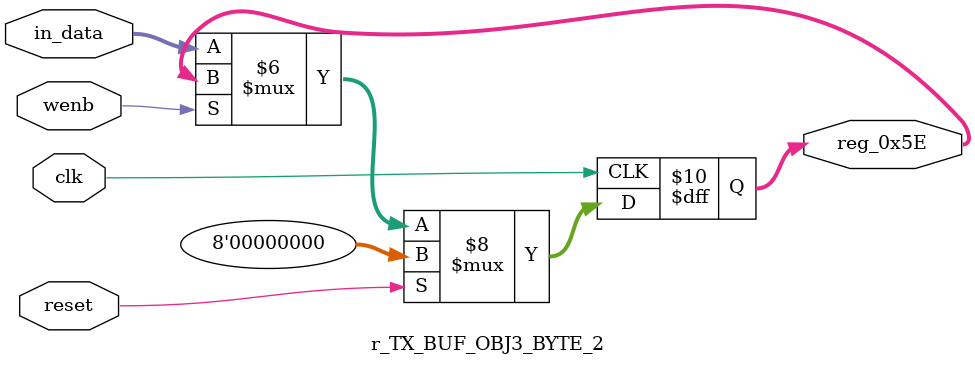
<source format=v>
module r_TX_BUF_OBJ3_BYTE_2(output reg [7:0] reg_0x5E, input wire reset, input wire wenb, input wire [7:0] in_data, input wire clk);
	always@(posedge clk)
	begin
		if(reset==0) begin
			if(wenb==0)
				reg_0x5E<=in_data;
			else
				reg_0x5E<=reg_0x5E;
		end
		else
			reg_0x5E<=8'h00;
	end
endmodule
</source>
